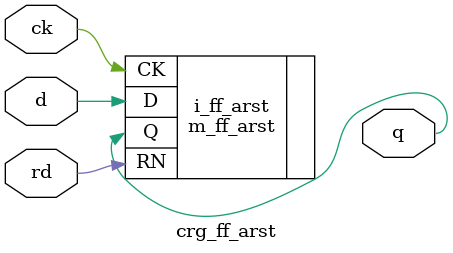
<source format=v>
module crg_ff_arst(ck, d, rd, q);

   input  ck;
   input  d;
   input  rd;
   output q;

m_ff_arst i_ff_arst(.CK(ck), .RN(rd), .D(d), .Q(q));

endmodule // crg_ff_arst
</source>
